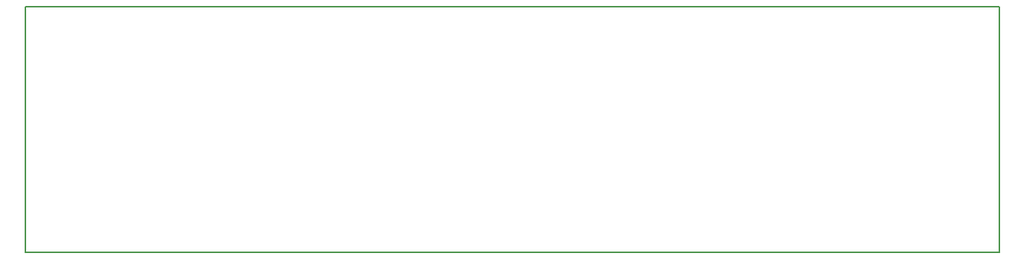
<source format=gbr>
G04 #@! TF.GenerationSoftware,KiCad,Pcbnew,5.1.6+dfsg1-1*
G04 #@! TF.CreationDate,2020-08-09T15:43:52+02:00*
G04 #@! TF.ProjectId,CaLoRa,43614c6f-5261-42e6-9b69-6361645f7063,rev?*
G04 #@! TF.SameCoordinates,Original*
G04 #@! TF.FileFunction,Profile,NP*
%FSLAX46Y46*%
G04 Gerber Fmt 4.6, Leading zero omitted, Abs format (unit mm)*
G04 Created by KiCad (PCBNEW 5.1.6+dfsg1-1) date 2020-08-09 15:43:52*
%MOMM*%
%LPD*%
G01*
G04 APERTURE LIST*
G04 #@! TA.AperFunction,Profile*
%ADD10C,0.150000*%
G04 #@! TD*
G04 APERTURE END LIST*
D10*
X139700000Y-73660000D02*
X139700000Y-101600000D01*
X250190000Y-73660000D02*
X250190000Y-101600000D01*
X250190000Y-101600000D02*
X139700000Y-101600000D01*
X139700000Y-73660000D02*
X250190000Y-73660000D01*
M02*

</source>
